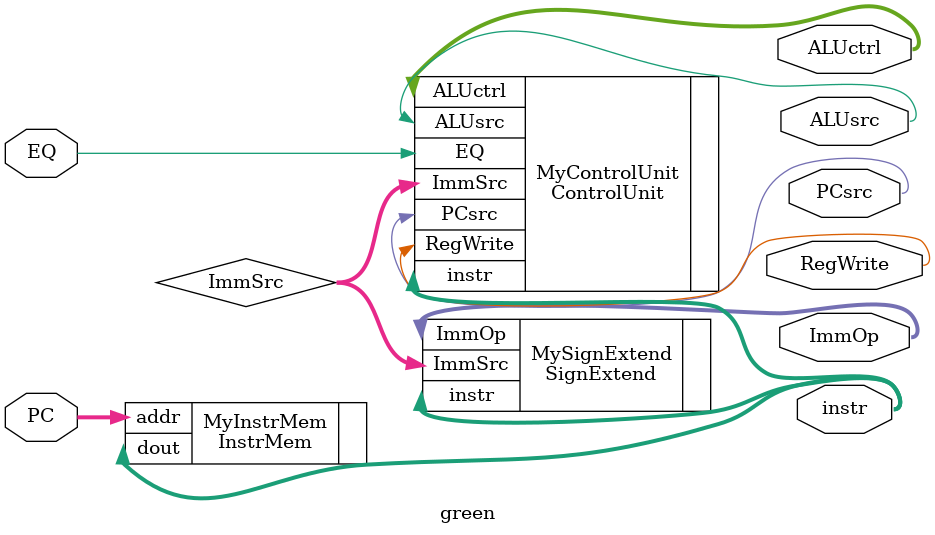
<source format=sv>
module green #(
    parameter   //ADDRESS_WIDTH = 8,
                DATA_WIDTH = 32
)(
     input logic [DATA_WIDTH-1:0]     PC, //8b
     input logic                        EQ, //1b
     output logic [DATA_WIDTH-1:0]       instr,//32b

     output logic                        RegWrite, //1b
     output logic [2:0]                  ALUctrl, //3b
     output logic                        ALUsrc, //1 bit
     output logic                        PCsrc, //1 bit
     output logic [DATA_WIDTH-1:0]        ImmOp //32 bits
     //output logic [DATA_WIDTH-1:0]       Instruction2


);

    logic [1:0]                        ImmSrc;

ControlUnit MyControlUnit(
    .EQ(EQ),
    .instr(instr),
    .RegWrite(RegWrite),
    .ALUctrl(ALUctrl),
    .ALUsrc(ALUsrc),
    .ImmSrc(ImmSrc),
    .PCsrc(PCsrc)

);

InstrMem MyInstrMem(
    .addr(PC),
    .dout(instr)
);

SignExtend MySignExtend(
    .instr(instr),
    .ImmSrc(ImmSrc),
    .ImmOp(ImmOp)
);

endmodule 

</source>
